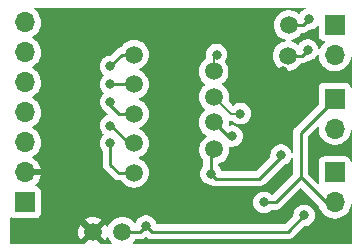
<source format=gbr>
%TF.GenerationSoftware,KiCad,Pcbnew,(6.0.7)*%
%TF.CreationDate,2022-10-24T20:04:37-04:00*%
%TF.ProjectId,SPItoCAN,53504974-6f43-4414-9e2e-6b696361645f,rev?*%
%TF.SameCoordinates,Original*%
%TF.FileFunction,Copper,L2,Bot*%
%TF.FilePolarity,Positive*%
%FSLAX46Y46*%
G04 Gerber Fmt 4.6, Leading zero omitted, Abs format (unit mm)*
G04 Created by KiCad (PCBNEW (6.0.7)) date 2022-10-24 20:04:37*
%MOMM*%
%LPD*%
G01*
G04 APERTURE LIST*
%TA.AperFunction,SMDPad,CuDef*%
%ADD10C,1.500000*%
%TD*%
%TA.AperFunction,ComponentPad*%
%ADD11R,1.700000X1.700000*%
%TD*%
%TA.AperFunction,ComponentPad*%
%ADD12O,1.700000X1.700000*%
%TD*%
%TA.AperFunction,ViaPad*%
%ADD13C,0.800000*%
%TD*%
%TA.AperFunction,Conductor*%
%ADD14C,0.250000*%
%TD*%
%TA.AperFunction,Conductor*%
%ADD15C,0.200000*%
%TD*%
G04 APERTURE END LIST*
D10*
%TO.P,GND,1*%
%TO.N,GND*%
X20500000Y-32500000D03*
%TD*%
%TO.P,VCC,1*%
%TO.N,VCC*%
X23000000Y-32500000D03*
%TD*%
%TO.P,SO,1*%
%TO.N,/SO*%
X24000000Y-25000000D03*
%TD*%
%TO.P,CS,1*%
%TO.N,/CS*%
X24000000Y-27500000D03*
%TD*%
%TO.P,SI,1*%
%TO.N,/SI*%
X24000000Y-22500000D03*
%TD*%
%TO.P,SCK,1*%
%TO.N,/SCK*%
X24000000Y-20000000D03*
%TD*%
%TO.P,OSC+,1*%
%TO.N,/OSC+*%
X30734000Y-18923000D03*
%TD*%
%TO.P,OSC-,1*%
%TO.N,/OSC-*%
X30759400Y-21082000D03*
%TD*%
%TO.P,INT,1*%
%TO.N,/INT*%
X24000000Y-17500000D03*
%TD*%
%TO.P,RXCAN,1*%
%TO.N,/RXCAN*%
X30759400Y-23215600D03*
%TD*%
%TO.P,TXCAN,1*%
%TO.N,/TXCAN*%
X30784800Y-25527000D03*
%TD*%
%TO.P,CANH,1*%
%TO.N,/CANH*%
X37100000Y-15000000D03*
%TD*%
%TO.P,CANL,1*%
%TO.N,/CANL*%
X37000000Y-17600000D03*
%TD*%
D11*
%TO.P,J4,1,1*%
%TO.N,VCC*%
X14750000Y-30000000D03*
D12*
%TO.P,J4,2,2*%
%TO.N,GND*%
X14750000Y-27460000D03*
%TO.P,J4,3,3*%
%TO.N,/CS*%
X14750000Y-24920000D03*
%TO.P,J4,4,4*%
%TO.N,/SO*%
X14750000Y-22380000D03*
%TO.P,J4,5,5*%
%TO.N,/SI*%
X14750000Y-19840000D03*
%TO.P,J4,6,6*%
%TO.N,/SCK*%
X14750000Y-17300000D03*
%TO.P,J4,7,7*%
%TO.N,/INT*%
X14750000Y-14760000D03*
%TD*%
D11*
%TO.P,J3,1,Pin_1*%
%TO.N,/CANL*%
X41000000Y-21225000D03*
D12*
%TO.P,J3,2,Pin_2*%
%TO.N,/CANH*%
X41000000Y-23765000D03*
%TD*%
D11*
%TO.P,J2,1,Pin_1*%
%TO.N,/CANH*%
X41000000Y-15000000D03*
D12*
%TO.P,J2,2,Pin_2*%
%TO.N,/CANL*%
X41000000Y-17540000D03*
%TD*%
D11*
%TO.P,J1,1,Pin_1*%
%TO.N,Net-(J1-Pad1)*%
X41000000Y-27475000D03*
D12*
%TO.P,J1,2,Pin_2*%
%TO.N,/CANL*%
X41000000Y-30015000D03*
%TD*%
D13*
%TO.N,GND*%
X33020000Y-30480000D03*
X13970000Y-33020000D03*
X17780000Y-27940000D03*
X26670000Y-26670000D03*
X26670000Y-24130000D03*
X36830000Y-21590000D03*
X26670000Y-21590000D03*
X26670000Y-19050000D03*
X40800000Y-32900000D03*
X34600000Y-25600000D03*
X30100000Y-28800000D03*
X19000000Y-32000000D03*
X18300000Y-26400000D03*
X34400000Y-17200000D03*
X36600000Y-18900000D03*
%TO.N,VCC*%
X38400000Y-31100000D03*
%TO.N,/TXCAN*%
X30500000Y-27600000D03*
%TO.N,/CANH*%
X38800000Y-14500000D03*
%TO.N,/CANL*%
X38700000Y-17100000D03*
%TO.N,/RXCAN*%
X32300000Y-24400000D03*
%TO.N,GND*%
X30480000Y-15240000D03*
X25400000Y-15240000D03*
X22860000Y-15240000D03*
X20320000Y-15240000D03*
X17780000Y-15240000D03*
%TO.N,/TXCAN*%
X36450500Y-26000000D03*
%TO.N,/OSC-*%
X33000000Y-22500000D03*
%TO.N,/OSC+*%
X30990000Y-17490000D03*
%TO.N,/CS*%
X22000000Y-25000000D03*
%TO.N,/SO*%
X22000000Y-23500000D03*
%TO.N,/SI*%
X22000000Y-21500000D03*
%TO.N,/SCK*%
X22000000Y-20000000D03*
%TO.N,/INT*%
X22000000Y-18500000D03*
%TO.N,VCC*%
X25000000Y-32000000D03*
%TO.N,/CANL*%
X35000000Y-30000000D03*
%TD*%
D14*
%TO.N,/RXCAN*%
X31943800Y-24400000D02*
X30759400Y-23215600D01*
X32300000Y-24400000D02*
X31943800Y-24400000D01*
%TO.N,/TXCAN*%
X30500000Y-25811800D02*
X30784800Y-25527000D01*
X30500000Y-27600000D02*
X30500000Y-25811800D01*
D15*
%TO.N,/OSC-*%
X32177400Y-22500000D02*
X30759400Y-21082000D01*
X33000000Y-22500000D02*
X32177400Y-22500000D01*
%TO.N,/OSC+*%
X30734000Y-17746000D02*
X30990000Y-17490000D01*
X30734000Y-18923000D02*
X30734000Y-17746000D01*
D14*
%TO.N,/CANL*%
X35978750Y-30000000D02*
X35000000Y-30000000D01*
X38100000Y-27878750D02*
X35978750Y-30000000D01*
X38100000Y-27878750D02*
X40236250Y-30015000D01*
X38100000Y-24125000D02*
X38100000Y-27878750D01*
X41000000Y-21225000D02*
X38100000Y-24125000D01*
X40236250Y-30015000D02*
X41000000Y-30015000D01*
X35000000Y-30000000D02*
X35015000Y-30015000D01*
%TO.N,VCC*%
X37000000Y-32500000D02*
X38400000Y-31100000D01*
X25500000Y-32500000D02*
X37000000Y-32500000D01*
X25000000Y-32000000D02*
X25500000Y-32500000D01*
%TO.N,/TXCAN*%
X30900000Y-28000000D02*
X34600000Y-28000000D01*
X30500000Y-27600000D02*
X30900000Y-28000000D01*
X36450500Y-26149500D02*
X34600000Y-28000000D01*
X36450500Y-26000000D02*
X36450500Y-26149500D01*
%TO.N,/SO*%
X22050000Y-23500000D02*
X22000000Y-23500000D01*
X23550000Y-25000000D02*
X22050000Y-23500000D01*
X24000000Y-25000000D02*
X23550000Y-25000000D01*
%TO.N,/CS*%
X22000000Y-26800000D02*
X22000000Y-25000000D01*
X22700000Y-27500000D02*
X22000000Y-26800000D01*
X24000000Y-27500000D02*
X22700000Y-27500000D01*
%TO.N,/SI*%
X22700000Y-22500000D02*
X22000000Y-21800000D01*
X22000000Y-21800000D02*
X22000000Y-21500000D01*
X24000000Y-22500000D02*
X22700000Y-22500000D01*
%TO.N,/CANH*%
X38800000Y-14500000D02*
X38300000Y-15000000D01*
X38300000Y-15000000D02*
X37100000Y-15000000D01*
%TO.N,/CANL*%
X38200000Y-17600000D02*
X38700000Y-17100000D01*
X37000000Y-17600000D02*
X38200000Y-17600000D01*
%TO.N,/SCK*%
X24000000Y-20000000D02*
X22000000Y-20000000D01*
%TO.N,/INT*%
X23000000Y-17500000D02*
X22000000Y-18500000D01*
X24000000Y-17500000D02*
X23000000Y-17500000D01*
%TO.N,VCC*%
X24500000Y-32500000D02*
X25000000Y-32000000D01*
X23000000Y-32500000D02*
X24500000Y-32500000D01*
%TD*%
%TA.AperFunction,Conductor*%
%TO.N,GND*%
G36*
X38492739Y-13525813D02*
G01*
X38518049Y-13569650D01*
X38509259Y-13619500D01*
X38475271Y-13650102D01*
X38343248Y-13708882D01*
X38340106Y-13711165D01*
X38340104Y-13711166D01*
X38198226Y-13814247D01*
X38188747Y-13821134D01*
X38186154Y-13824014D01*
X38094296Y-13926033D01*
X38060960Y-13963056D01*
X38059022Y-13966413D01*
X38029343Y-14017818D01*
X37990566Y-14050355D01*
X37939947Y-14050355D01*
X37917348Y-14035958D01*
X37916798Y-14036613D01*
X37914325Y-14034538D01*
X37912038Y-14032251D01*
X37760344Y-13926033D01*
X37734302Y-13907798D01*
X37734301Y-13907797D01*
X37731654Y-13905944D01*
X37549777Y-13821134D01*
X37535008Y-13814247D01*
X37535006Y-13814246D01*
X37532076Y-13812880D01*
X37354493Y-13765296D01*
X37322499Y-13756723D01*
X37322497Y-13756723D01*
X37319371Y-13755885D01*
X37100000Y-13736693D01*
X36880629Y-13755885D01*
X36877503Y-13756723D01*
X36877501Y-13756723D01*
X36845507Y-13765296D01*
X36667924Y-13812880D01*
X36468347Y-13905944D01*
X36465700Y-13907797D01*
X36465699Y-13907798D01*
X36334552Y-13999628D01*
X36287962Y-14032251D01*
X36132251Y-14187962D01*
X36005944Y-14368347D01*
X35912880Y-14567924D01*
X35912042Y-14571052D01*
X35861413Y-14760000D01*
X35855885Y-14780629D01*
X35836693Y-15000000D01*
X35855885Y-15219371D01*
X35912880Y-15432076D01*
X36005944Y-15631653D01*
X36007797Y-15634300D01*
X36007798Y-15634301D01*
X36075958Y-15731644D01*
X36132251Y-15812038D01*
X36287962Y-15967749D01*
X36395941Y-16043357D01*
X36465076Y-16091766D01*
X36468346Y-16094056D01*
X36667924Y-16187120D01*
X36772437Y-16215125D01*
X36813900Y-16244157D01*
X36827001Y-16293052D01*
X36805609Y-16338928D01*
X36772436Y-16358080D01*
X36666348Y-16386507D01*
X36567924Y-16412880D01*
X36368347Y-16505944D01*
X36365700Y-16507797D01*
X36365699Y-16507798D01*
X36281988Y-16566413D01*
X36187962Y-16632251D01*
X36032251Y-16787962D01*
X36030397Y-16790610D01*
X36030396Y-16790611D01*
X35926679Y-16938735D01*
X35905944Y-16968347D01*
X35812880Y-17167924D01*
X35812042Y-17171052D01*
X35777471Y-17300072D01*
X35755885Y-17380629D01*
X35736693Y-17600000D01*
X35755885Y-17819371D01*
X35756723Y-17822497D01*
X35756723Y-17822499D01*
X35760400Y-17836221D01*
X35812880Y-18032076D01*
X35905944Y-18231653D01*
X35907797Y-18234300D01*
X35907798Y-18234301D01*
X35982631Y-18341173D01*
X36032251Y-18412038D01*
X36187962Y-18567749D01*
X36312130Y-18654693D01*
X36362451Y-18689928D01*
X36368346Y-18694056D01*
X36475699Y-18744115D01*
X36532115Y-18770422D01*
X36567924Y-18787120D01*
X36653484Y-18810046D01*
X36777501Y-18843277D01*
X36777503Y-18843277D01*
X36780629Y-18844115D01*
X37000000Y-18863307D01*
X37219371Y-18844115D01*
X37222497Y-18843277D01*
X37222499Y-18843277D01*
X37346516Y-18810046D01*
X37432076Y-18787120D01*
X37467886Y-18770422D01*
X37524301Y-18744115D01*
X37631654Y-18694056D01*
X37637550Y-18689928D01*
X37687870Y-18654693D01*
X37812038Y-18567749D01*
X37967749Y-18412038D01*
X38069926Y-18266114D01*
X38111389Y-18237082D01*
X38136606Y-18234964D01*
X38139909Y-18235702D01*
X38144564Y-18235556D01*
X38144568Y-18235556D01*
X38208781Y-18233537D01*
X38211106Y-18233500D01*
X38239856Y-18233500D01*
X38242153Y-18233210D01*
X38242167Y-18233209D01*
X38246305Y-18232686D01*
X38253252Y-18232139D01*
X38299889Y-18230673D01*
X38306624Y-18228716D01*
X38323273Y-18223880D01*
X38334641Y-18221526D01*
X38354177Y-18219058D01*
X38354180Y-18219057D01*
X38358797Y-18218474D01*
X38402189Y-18201294D01*
X38408780Y-18199037D01*
X38449120Y-18187318D01*
X38449124Y-18187316D01*
X38453593Y-18186018D01*
X38474557Y-18173620D01*
X38484978Y-18168515D01*
X38503289Y-18161266D01*
X38503292Y-18161264D01*
X38507617Y-18159552D01*
X38545374Y-18132120D01*
X38551200Y-18128294D01*
X38587353Y-18106913D01*
X38591362Y-18104542D01*
X38608581Y-18087323D01*
X38617411Y-18079782D01*
X38637107Y-18065472D01*
X38662043Y-18035329D01*
X38705702Y-18009716D01*
X38719060Y-18008500D01*
X38795487Y-18008500D01*
X38982288Y-17968794D01*
X39156752Y-17891118D01*
X39197441Y-17861556D01*
X39308115Y-17781146D01*
X39308116Y-17781145D01*
X39311253Y-17778866D01*
X39439040Y-17636944D01*
X39502362Y-17527267D01*
X39541138Y-17494730D01*
X39591757Y-17494730D01*
X39630534Y-17527267D01*
X39640325Y-17560007D01*
X39650110Y-17729715D01*
X39650774Y-17732662D01*
X39650775Y-17732668D01*
X39678990Y-17857866D01*
X39699222Y-17947639D01*
X39700364Y-17950451D01*
X39773942Y-18131653D01*
X39783266Y-18154616D01*
X39821348Y-18216760D01*
X39897588Y-18341173D01*
X39899987Y-18345088D01*
X39901975Y-18347384D01*
X39901978Y-18347387D01*
X39967900Y-18423489D01*
X40046250Y-18513938D01*
X40218126Y-18656632D01*
X40220744Y-18658162D01*
X40220750Y-18658166D01*
X40408374Y-18767804D01*
X40408379Y-18767806D01*
X40411000Y-18769338D01*
X40457566Y-18787120D01*
X40616847Y-18847944D01*
X40616851Y-18847945D01*
X40619692Y-18849030D01*
X40622676Y-18849637D01*
X40622679Y-18849638D01*
X40688479Y-18863025D01*
X40838597Y-18893567D01*
X40924174Y-18896705D01*
X41058797Y-18901642D01*
X41058803Y-18901642D01*
X41061837Y-18901753D01*
X41064849Y-18901367D01*
X41064853Y-18901367D01*
X41176485Y-18887066D01*
X41283416Y-18873368D01*
X41390743Y-18841168D01*
X41494479Y-18810046D01*
X41494484Y-18810044D01*
X41497384Y-18809174D01*
X41697994Y-18710896D01*
X41879860Y-18581173D01*
X41889269Y-18571797D01*
X42035941Y-18425637D01*
X42035944Y-18425634D01*
X42038096Y-18423489D01*
X42168453Y-18242077D01*
X42172836Y-18233209D01*
X42266082Y-18044539D01*
X42266083Y-18044536D01*
X42267430Y-18041811D01*
X42271071Y-18029829D01*
X42331488Y-17830972D01*
X42332370Y-17828069D01*
X42344133Y-17738722D01*
X42367506Y-17693822D01*
X42414272Y-17674451D01*
X42462549Y-17689673D01*
X42489746Y-17732365D01*
X42491500Y-17748381D01*
X42491500Y-20229276D01*
X42474187Y-20276842D01*
X42430350Y-20302152D01*
X42380500Y-20293362D01*
X42348209Y-20255252D01*
X42302467Y-20133234D01*
X42302466Y-20133231D01*
X42300615Y-20128295D01*
X42213261Y-20011739D01*
X42096705Y-19924385D01*
X42091769Y-19922534D01*
X42091766Y-19922533D01*
X41964662Y-19874884D01*
X41964660Y-19874884D01*
X41960316Y-19873255D01*
X41922580Y-19869156D01*
X41900133Y-19866717D01*
X41900130Y-19866717D01*
X41898134Y-19866500D01*
X40101866Y-19866500D01*
X40099870Y-19866717D01*
X40099867Y-19866717D01*
X40077420Y-19869156D01*
X40039684Y-19873255D01*
X40035340Y-19874884D01*
X40035338Y-19874884D01*
X39908234Y-19922533D01*
X39908231Y-19922534D01*
X39903295Y-19924385D01*
X39786739Y-20011739D01*
X39699385Y-20128295D01*
X39697534Y-20133231D01*
X39697533Y-20133234D01*
X39674898Y-20193614D01*
X39648255Y-20264684D01*
X39641500Y-20326866D01*
X39641500Y-21656943D01*
X39624187Y-21704509D01*
X39619826Y-21709269D01*
X37707277Y-23621818D01*
X37700355Y-23627363D01*
X37700500Y-23627538D01*
X37696914Y-23630505D01*
X37692982Y-23633000D01*
X37677822Y-23649144D01*
X37645817Y-23683226D01*
X37644199Y-23684896D01*
X37623865Y-23705230D01*
X37622445Y-23707061D01*
X37622443Y-23707063D01*
X37619880Y-23710367D01*
X37615353Y-23715667D01*
X37612360Y-23718854D01*
X37583414Y-23749679D01*
X37572708Y-23769152D01*
X37571683Y-23771017D01*
X37565310Y-23780718D01*
X37550386Y-23799959D01*
X37548539Y-23804228D01*
X37548538Y-23804229D01*
X37531852Y-23842789D01*
X37528791Y-23849037D01*
X37506305Y-23889940D01*
X37500452Y-23912738D01*
X37500250Y-23913523D01*
X37496489Y-23924508D01*
X37486819Y-23946855D01*
X37486091Y-23951452D01*
X37486090Y-23951455D01*
X37479518Y-23992949D01*
X37478104Y-23999775D01*
X37469423Y-24033587D01*
X37466500Y-24044970D01*
X37466500Y-24069318D01*
X37465589Y-24080894D01*
X37461780Y-24104943D01*
X37466172Y-24151405D01*
X37466500Y-24158369D01*
X37466500Y-25719743D01*
X37449187Y-25767309D01*
X37405350Y-25792619D01*
X37355500Y-25783829D01*
X37322122Y-25742610D01*
X37286226Y-25632134D01*
X37285027Y-25628444D01*
X37189540Y-25463056D01*
X37061753Y-25321134D01*
X36989961Y-25268974D01*
X36910396Y-25211166D01*
X36910394Y-25211165D01*
X36907252Y-25208882D01*
X36732788Y-25131206D01*
X36545987Y-25091500D01*
X36355013Y-25091500D01*
X36168212Y-25131206D01*
X35993748Y-25208882D01*
X35990606Y-25211165D01*
X35990604Y-25211166D01*
X35911039Y-25268974D01*
X35839247Y-25321134D01*
X35711460Y-25463056D01*
X35615973Y-25628444D01*
X35556958Y-25810072D01*
X35556553Y-25813921D01*
X35556553Y-25813923D01*
X35548143Y-25893938D01*
X35536996Y-26000000D01*
X35546882Y-26094056D01*
X35549199Y-26116104D01*
X35536953Y-26165219D01*
X35527930Y-26176165D01*
X34359269Y-27344826D01*
X34313393Y-27366218D01*
X34306943Y-27366500D01*
X31433148Y-27366500D01*
X31385582Y-27349187D01*
X31362770Y-27315367D01*
X31335726Y-27232134D01*
X31334527Y-27228444D01*
X31239040Y-27063056D01*
X31152507Y-26966951D01*
X31133500Y-26917435D01*
X31133500Y-26793242D01*
X31150813Y-26745676D01*
X31188345Y-26721765D01*
X31216876Y-26714120D01*
X31272973Y-26687962D01*
X31307371Y-26671922D01*
X31416454Y-26621056D01*
X31439439Y-26604962D01*
X31504694Y-26559269D01*
X31596838Y-26494749D01*
X31752549Y-26339038D01*
X31776011Y-26305531D01*
X31877002Y-26161301D01*
X31877003Y-26161300D01*
X31878856Y-26158653D01*
X31971920Y-25959076D01*
X32012834Y-25806386D01*
X32028077Y-25749499D01*
X32028077Y-25749497D01*
X32028915Y-25746371D01*
X32048107Y-25527000D01*
X32034381Y-25370109D01*
X32047482Y-25321215D01*
X32088946Y-25292181D01*
X32123484Y-25291277D01*
X32185699Y-25304501D01*
X32204513Y-25308500D01*
X32395487Y-25308500D01*
X32582288Y-25268794D01*
X32756752Y-25191118D01*
X32763691Y-25186077D01*
X32908115Y-25081146D01*
X32908116Y-25081145D01*
X32911253Y-25078866D01*
X32985166Y-24996777D01*
X33036448Y-24939823D01*
X33036449Y-24939822D01*
X33039040Y-24936944D01*
X33134527Y-24771556D01*
X33193542Y-24589928D01*
X33205315Y-24477919D01*
X33213099Y-24403853D01*
X33213504Y-24400000D01*
X33200747Y-24278622D01*
X33193947Y-24213923D01*
X33193947Y-24213921D01*
X33193542Y-24210072D01*
X33134527Y-24028444D01*
X33039040Y-23863056D01*
X32978917Y-23796282D01*
X32920762Y-23731695D01*
X32911253Y-23721134D01*
X32903728Y-23715667D01*
X32759896Y-23611166D01*
X32759894Y-23611165D01*
X32756752Y-23608882D01*
X32582288Y-23531206D01*
X32395487Y-23491500D01*
X32204513Y-23491500D01*
X32092347Y-23515342D01*
X32042221Y-23508297D01*
X32008351Y-23470680D01*
X32004603Y-23435066D01*
X32003515Y-23434971D01*
X32014502Y-23309389D01*
X32022707Y-23215600D01*
X32020239Y-23187387D01*
X32019926Y-23183813D01*
X32033027Y-23134918D01*
X32074491Y-23105884D01*
X32103303Y-23103996D01*
X32124560Y-23106794D01*
X32137515Y-23108500D01*
X32137517Y-23108500D01*
X32137526Y-23108501D01*
X32172591Y-23113117D01*
X32172592Y-23113117D01*
X32177400Y-23113750D01*
X32182208Y-23113117D01*
X32212472Y-23109133D01*
X32222130Y-23108500D01*
X32292442Y-23108500D01*
X32340008Y-23125813D01*
X32347435Y-23132985D01*
X32386150Y-23175982D01*
X32388747Y-23178866D01*
X32391884Y-23181145D01*
X32391885Y-23181146D01*
X32539261Y-23288221D01*
X32543248Y-23291118D01*
X32717712Y-23368794D01*
X32904513Y-23408500D01*
X33095487Y-23408500D01*
X33282288Y-23368794D01*
X33456752Y-23291118D01*
X33460740Y-23288221D01*
X33608115Y-23181146D01*
X33608116Y-23181145D01*
X33611253Y-23178866D01*
X33739040Y-23036944D01*
X33834527Y-22871556D01*
X33893542Y-22689928D01*
X33895535Y-22670972D01*
X33913099Y-22503853D01*
X33913504Y-22500000D01*
X33906572Y-22434042D01*
X33893947Y-22313923D01*
X33893947Y-22313921D01*
X33893542Y-22310072D01*
X33834527Y-22128444D01*
X33739040Y-21963056D01*
X33718913Y-21940702D01*
X33622884Y-21834052D01*
X33611253Y-21821134D01*
X33542557Y-21771223D01*
X33459896Y-21711166D01*
X33459894Y-21711165D01*
X33456752Y-21708882D01*
X33282288Y-21631206D01*
X33095487Y-21591500D01*
X32904513Y-21591500D01*
X32717712Y-21631206D01*
X32543248Y-21708882D01*
X32540106Y-21711165D01*
X32540104Y-21711166D01*
X32422697Y-21796467D01*
X32374039Y-21810420D01*
X32326875Y-21788926D01*
X31999026Y-21461077D01*
X31977634Y-21415201D01*
X31979874Y-21389598D01*
X32002677Y-21304499D01*
X32002677Y-21304497D01*
X32003515Y-21301371D01*
X32022707Y-21082000D01*
X32003515Y-20862629D01*
X31946520Y-20649924D01*
X31853456Y-20450347D01*
X31779369Y-20344539D01*
X31729004Y-20272611D01*
X31729003Y-20272610D01*
X31727149Y-20269962D01*
X31571438Y-20114251D01*
X31511112Y-20072010D01*
X31485712Y-20054224D01*
X31456678Y-20012759D01*
X31461090Y-19962333D01*
X31485712Y-19932990D01*
X31520624Y-19908544D01*
X31546038Y-19890749D01*
X31701749Y-19735038D01*
X31782029Y-19620386D01*
X31826202Y-19557301D01*
X31826203Y-19557300D01*
X31828056Y-19554653D01*
X31921120Y-19355076D01*
X31978115Y-19142371D01*
X31997307Y-18923000D01*
X31978115Y-18703629D01*
X31975432Y-18693614D01*
X31945774Y-18582934D01*
X31921120Y-18490924D01*
X31828056Y-18291347D01*
X31817223Y-18275875D01*
X31716574Y-18132134D01*
X31714356Y-18128966D01*
X31701255Y-18080073D01*
X31719981Y-18037006D01*
X31726444Y-18029829D01*
X31726451Y-18029819D01*
X31729040Y-18026944D01*
X31824527Y-17861556D01*
X31883542Y-17679928D01*
X31883948Y-17676070D01*
X31903099Y-17493853D01*
X31903504Y-17490000D01*
X31889021Y-17352199D01*
X31883947Y-17303923D01*
X31883947Y-17303921D01*
X31883542Y-17300072D01*
X31824527Y-17118444D01*
X31729040Y-16953056D01*
X31720151Y-16943183D01*
X31603846Y-16814014D01*
X31601253Y-16811134D01*
X31514145Y-16747846D01*
X31449896Y-16701166D01*
X31449894Y-16701165D01*
X31446752Y-16698882D01*
X31272288Y-16621206D01*
X31085487Y-16581500D01*
X30894513Y-16581500D01*
X30707712Y-16621206D01*
X30533248Y-16698882D01*
X30530106Y-16701165D01*
X30530104Y-16701166D01*
X30465855Y-16747846D01*
X30378747Y-16811134D01*
X30376154Y-16814014D01*
X30259850Y-16943183D01*
X30250960Y-16953056D01*
X30155473Y-17118444D01*
X30096458Y-17300072D01*
X30096053Y-17303921D01*
X30096053Y-17303923D01*
X30090979Y-17352199D01*
X30076496Y-17490000D01*
X30076901Y-17493853D01*
X30096052Y-17676070D01*
X30096053Y-17676075D01*
X30096458Y-17679928D01*
X30097656Y-17683614D01*
X30097657Y-17683619D01*
X30119732Y-17751556D01*
X30122722Y-17764778D01*
X30122879Y-17765966D01*
X30111908Y-17815382D01*
X30091954Y-17836221D01*
X30038217Y-17873848D01*
X29921962Y-17955251D01*
X29766251Y-18110962D01*
X29764397Y-18113610D01*
X29764396Y-18113611D01*
X29650778Y-18275875D01*
X29639944Y-18291347D01*
X29546880Y-18490924D01*
X29522226Y-18582934D01*
X29492569Y-18693614D01*
X29489885Y-18703629D01*
X29470693Y-18923000D01*
X29489885Y-19142371D01*
X29546880Y-19355076D01*
X29639944Y-19554653D01*
X29641797Y-19557300D01*
X29641798Y-19557301D01*
X29685971Y-19620386D01*
X29766251Y-19735038D01*
X29921962Y-19890749D01*
X29947376Y-19908544D01*
X30007688Y-19950776D01*
X30036722Y-19992241D01*
X30032310Y-20042667D01*
X30007688Y-20072010D01*
X29947362Y-20114251D01*
X29791651Y-20269962D01*
X29789797Y-20272610D01*
X29789796Y-20272611D01*
X29739432Y-20344539D01*
X29665344Y-20450347D01*
X29572280Y-20649924D01*
X29515285Y-20862629D01*
X29496093Y-21082000D01*
X29515285Y-21301371D01*
X29572280Y-21514076D01*
X29665344Y-21713653D01*
X29667197Y-21716300D01*
X29667198Y-21716301D01*
X29771808Y-21865699D01*
X29791651Y-21894038D01*
X29947362Y-22049749D01*
X29969133Y-22064993D01*
X30002251Y-22088183D01*
X30031285Y-22129648D01*
X30026873Y-22180074D01*
X30002251Y-22209417D01*
X29947362Y-22247851D01*
X29791651Y-22403562D01*
X29789797Y-22406210D01*
X29789796Y-22406211D01*
X29671528Y-22575116D01*
X29665344Y-22583947D01*
X29572280Y-22783524D01*
X29515285Y-22996229D01*
X29496093Y-23215600D01*
X29515285Y-23434971D01*
X29516123Y-23438097D01*
X29516123Y-23438099D01*
X29541071Y-23531206D01*
X29572280Y-23647676D01*
X29665344Y-23847253D01*
X29667197Y-23849900D01*
X29667198Y-23849901D01*
X29753660Y-23973381D01*
X29791651Y-24027638D01*
X29947362Y-24183349D01*
X30127746Y-24309656D01*
X30130668Y-24311019D01*
X30130681Y-24311026D01*
X30132522Y-24311884D01*
X30133005Y-24312367D01*
X30133474Y-24312638D01*
X30133401Y-24312764D01*
X30168313Y-24347679D01*
X30172722Y-24398105D01*
X30143690Y-24439566D01*
X29972762Y-24559251D01*
X29817051Y-24714962D01*
X29815197Y-24717610D01*
X29815196Y-24717611D01*
X29754686Y-24804029D01*
X29690744Y-24895347D01*
X29597680Y-25094924D01*
X29596842Y-25098052D01*
X29545067Y-25291277D01*
X29540685Y-25307629D01*
X29521493Y-25527000D01*
X29540685Y-25746371D01*
X29541523Y-25749497D01*
X29541523Y-25749499D01*
X29556766Y-25806386D01*
X29597680Y-25959076D01*
X29690744Y-26158653D01*
X29692597Y-26161300D01*
X29692598Y-26161301D01*
X29793589Y-26305531D01*
X29817051Y-26339038D01*
X29844826Y-26366813D01*
X29866218Y-26412689D01*
X29866500Y-26419139D01*
X29866500Y-26917435D01*
X29847493Y-26966951D01*
X29760960Y-27063056D01*
X29665473Y-27228444D01*
X29664274Y-27232134D01*
X29658734Y-27249184D01*
X29606458Y-27410072D01*
X29606053Y-27413921D01*
X29606053Y-27413923D01*
X29589453Y-27571863D01*
X29586496Y-27600000D01*
X29606458Y-27789928D01*
X29665473Y-27971556D01*
X29760960Y-28136944D01*
X29763551Y-28139822D01*
X29763552Y-28139823D01*
X29785578Y-28164285D01*
X29888747Y-28278866D01*
X29891884Y-28281145D01*
X29891885Y-28281146D01*
X29980198Y-28345309D01*
X30043248Y-28391118D01*
X30217712Y-28468794D01*
X30404513Y-28508500D01*
X30490971Y-28508500D01*
X30526620Y-28517653D01*
X30546020Y-28528318D01*
X30555718Y-28534688D01*
X30574959Y-28549613D01*
X30617796Y-28568151D01*
X30624022Y-28571201D01*
X30664940Y-28593695D01*
X30680223Y-28597619D01*
X30688522Y-28599750D01*
X30699506Y-28603511D01*
X30717579Y-28611332D01*
X30717589Y-28611335D01*
X30721855Y-28613181D01*
X30767948Y-28620482D01*
X30774761Y-28621893D01*
X30801294Y-28628705D01*
X30815463Y-28632343D01*
X30815464Y-28632343D01*
X30819970Y-28633500D01*
X30844324Y-28633500D01*
X30855900Y-28634411D01*
X30879943Y-28638219D01*
X30926398Y-28633828D01*
X30933362Y-28633500D01*
X34521887Y-28633500D01*
X34530706Y-28634474D01*
X34530727Y-28634248D01*
X34535366Y-28634686D01*
X34539909Y-28635702D01*
X34544563Y-28635556D01*
X34544566Y-28635556D01*
X34608781Y-28633537D01*
X34611106Y-28633500D01*
X34639856Y-28633500D01*
X34642153Y-28633210D01*
X34642167Y-28633209D01*
X34646305Y-28632686D01*
X34653252Y-28632139D01*
X34699889Y-28630673D01*
X34706624Y-28628716D01*
X34723273Y-28623880D01*
X34734641Y-28621526D01*
X34754177Y-28619058D01*
X34754180Y-28619057D01*
X34758797Y-28618474D01*
X34802189Y-28601294D01*
X34808780Y-28599037D01*
X34849120Y-28587318D01*
X34849124Y-28587316D01*
X34853593Y-28586018D01*
X34874557Y-28573620D01*
X34884978Y-28568515D01*
X34903289Y-28561266D01*
X34903292Y-28561264D01*
X34907617Y-28559552D01*
X34945374Y-28532120D01*
X34951200Y-28528294D01*
X34987353Y-28506913D01*
X34991362Y-28504542D01*
X35008581Y-28487323D01*
X35017411Y-28479782D01*
X35029878Y-28470724D01*
X35037107Y-28465472D01*
X35040073Y-28461887D01*
X35040076Y-28461884D01*
X35066850Y-28429519D01*
X35071542Y-28424362D01*
X36583085Y-26912819D01*
X36620025Y-26892763D01*
X36732788Y-26868794D01*
X36736333Y-26867215D01*
X36736338Y-26867214D01*
X36903701Y-26792699D01*
X36907252Y-26791118D01*
X36947590Y-26761811D01*
X37058615Y-26681146D01*
X37058616Y-26681145D01*
X37061753Y-26678866D01*
X37189540Y-26536944D01*
X37285027Y-26371556D01*
X37322122Y-26257390D01*
X37353286Y-26217501D01*
X37402799Y-26206977D01*
X37447493Y-26230741D01*
X37466500Y-26280257D01*
X37466500Y-27585694D01*
X37449187Y-27633260D01*
X37444826Y-27638020D01*
X35738019Y-29344826D01*
X35692143Y-29366218D01*
X35685693Y-29366500D01*
X35685048Y-29366500D01*
X35637482Y-29349187D01*
X35630055Y-29342015D01*
X35613850Y-29324018D01*
X35613846Y-29324014D01*
X35611253Y-29321134D01*
X35456752Y-29208882D01*
X35282288Y-29131206D01*
X35095487Y-29091500D01*
X34904513Y-29091500D01*
X34717712Y-29131206D01*
X34543248Y-29208882D01*
X34388747Y-29321134D01*
X34260960Y-29463056D01*
X34165473Y-29628444D01*
X34106458Y-29810072D01*
X34106053Y-29813921D01*
X34106053Y-29813923D01*
X34101998Y-29852509D01*
X34086496Y-30000000D01*
X34086901Y-30003853D01*
X34104240Y-30168822D01*
X34106458Y-30189928D01*
X34165473Y-30371556D01*
X34260960Y-30536944D01*
X34263551Y-30539822D01*
X34263552Y-30539823D01*
X34291317Y-30570659D01*
X34388747Y-30678866D01*
X34391884Y-30681145D01*
X34391885Y-30681146D01*
X34437595Y-30714356D01*
X34543248Y-30791118D01*
X34717712Y-30868794D01*
X34904513Y-30908500D01*
X35095487Y-30908500D01*
X35282288Y-30868794D01*
X35456752Y-30791118D01*
X35562406Y-30714356D01*
X35608115Y-30681146D01*
X35608116Y-30681145D01*
X35611253Y-30678866D01*
X35613850Y-30675982D01*
X35630055Y-30657985D01*
X35674749Y-30634220D01*
X35685048Y-30633500D01*
X35900637Y-30633500D01*
X35909456Y-30634474D01*
X35909477Y-30634248D01*
X35914116Y-30634686D01*
X35918659Y-30635702D01*
X35923313Y-30635556D01*
X35923316Y-30635556D01*
X35987531Y-30633537D01*
X35989856Y-30633500D01*
X36018606Y-30633500D01*
X36020903Y-30633210D01*
X36020917Y-30633209D01*
X36025055Y-30632686D01*
X36032002Y-30632139D01*
X36078639Y-30630673D01*
X36091981Y-30626797D01*
X36102023Y-30623880D01*
X36113391Y-30621526D01*
X36132927Y-30619058D01*
X36132930Y-30619057D01*
X36137547Y-30618474D01*
X36180939Y-30601294D01*
X36187530Y-30599037D01*
X36227870Y-30587318D01*
X36227874Y-30587316D01*
X36232343Y-30586018D01*
X36253307Y-30573620D01*
X36263728Y-30568515D01*
X36282039Y-30561266D01*
X36282042Y-30561264D01*
X36286367Y-30559552D01*
X36324124Y-30532120D01*
X36329950Y-30528294D01*
X36366103Y-30506913D01*
X36370112Y-30504542D01*
X36387331Y-30487323D01*
X36396161Y-30479782D01*
X36415857Y-30465472D01*
X36418823Y-30461887D01*
X36418826Y-30461884D01*
X36445600Y-30429519D01*
X36450292Y-30424362D01*
X38047674Y-28826980D01*
X38093550Y-28805588D01*
X38142445Y-28818689D01*
X38152326Y-28826980D01*
X38950431Y-29625086D01*
X39669883Y-30344538D01*
X39689747Y-30380595D01*
X39699222Y-30422639D01*
X39700364Y-30425451D01*
X39778742Y-30618474D01*
X39783266Y-30629616D01*
X39814844Y-30681146D01*
X39880835Y-30788834D01*
X39899987Y-30820088D01*
X39901975Y-30822384D01*
X39901978Y-30822387D01*
X39967593Y-30898134D01*
X40046250Y-30988938D01*
X40218126Y-31131632D01*
X40220744Y-31133162D01*
X40220750Y-31133166D01*
X40408374Y-31242804D01*
X40408379Y-31242806D01*
X40411000Y-31244338D01*
X40441799Y-31256099D01*
X40616847Y-31322944D01*
X40616851Y-31322945D01*
X40619692Y-31324030D01*
X40622676Y-31324637D01*
X40622679Y-31324638D01*
X40723052Y-31345059D01*
X40838597Y-31368567D01*
X40924174Y-31371705D01*
X41058797Y-31376642D01*
X41058803Y-31376642D01*
X41061837Y-31376753D01*
X41064849Y-31376367D01*
X41064853Y-31376367D01*
X41176485Y-31362066D01*
X41283416Y-31348368D01*
X41377432Y-31320162D01*
X41494479Y-31285046D01*
X41494484Y-31285044D01*
X41497384Y-31284174D01*
X41697994Y-31185896D01*
X41879860Y-31056173D01*
X41945387Y-30990875D01*
X42035941Y-30900637D01*
X42035944Y-30900634D01*
X42038096Y-30898489D01*
X42168453Y-30717077D01*
X42187338Y-30678866D01*
X42266082Y-30519539D01*
X42266083Y-30519536D01*
X42267430Y-30516811D01*
X42270438Y-30506913D01*
X42331488Y-30305972D01*
X42332370Y-30303069D01*
X42344133Y-30213722D01*
X42367506Y-30168822D01*
X42414272Y-30149451D01*
X42462549Y-30164673D01*
X42489746Y-30207365D01*
X42491500Y-30223381D01*
X42491500Y-33417500D01*
X42474187Y-33465066D01*
X42430350Y-33490376D01*
X42417500Y-33491500D01*
X23966939Y-33491500D01*
X23919373Y-33474187D01*
X23894063Y-33430350D01*
X23902853Y-33380500D01*
X23914613Y-33365174D01*
X23967749Y-33312038D01*
X24070668Y-33165055D01*
X24112133Y-33136021D01*
X24131285Y-33133500D01*
X24421887Y-33133500D01*
X24430706Y-33134474D01*
X24430727Y-33134248D01*
X24435366Y-33134686D01*
X24439909Y-33135702D01*
X24444563Y-33135556D01*
X24444566Y-33135556D01*
X24508781Y-33133537D01*
X24511106Y-33133500D01*
X24539856Y-33133500D01*
X24542153Y-33133210D01*
X24542167Y-33133209D01*
X24546305Y-33132686D01*
X24553252Y-33132139D01*
X24599889Y-33130673D01*
X24607451Y-33128476D01*
X24623273Y-33123880D01*
X24634641Y-33121526D01*
X24654177Y-33119058D01*
X24654180Y-33119057D01*
X24658797Y-33118474D01*
X24702189Y-33101294D01*
X24708780Y-33099037D01*
X24749120Y-33087318D01*
X24749124Y-33087316D01*
X24753593Y-33086018D01*
X24774557Y-33073620D01*
X24784978Y-33068515D01*
X24803289Y-33061266D01*
X24803292Y-33061264D01*
X24807617Y-33059552D01*
X24845374Y-33032120D01*
X24851200Y-33028294D01*
X24887353Y-33006913D01*
X24891362Y-33004542D01*
X24908581Y-32987323D01*
X24917411Y-32979782D01*
X24937107Y-32965472D01*
X24945088Y-32955824D01*
X24988747Y-32930211D01*
X25038657Y-32938653D01*
X25052757Y-32949047D01*
X25058258Y-32954213D01*
X25059896Y-32955801D01*
X25080230Y-32976135D01*
X25082061Y-32977555D01*
X25082063Y-32977557D01*
X25085367Y-32980120D01*
X25090667Y-32984647D01*
X25124679Y-33016586D01*
X25145975Y-33028294D01*
X25146017Y-33028317D01*
X25155718Y-33034690D01*
X25174959Y-33049614D01*
X25217793Y-33068150D01*
X25224037Y-33071209D01*
X25264940Y-33093695D01*
X25269454Y-33094854D01*
X25288523Y-33099750D01*
X25299508Y-33103511D01*
X25321855Y-33113181D01*
X25326452Y-33113909D01*
X25326455Y-33113910D01*
X25355271Y-33118474D01*
X25367951Y-33120482D01*
X25374768Y-33121895D01*
X25400402Y-33128476D01*
X25415463Y-33132343D01*
X25415464Y-33132343D01*
X25419970Y-33133500D01*
X25444318Y-33133500D01*
X25455894Y-33134411D01*
X25479943Y-33138220D01*
X25526405Y-33133828D01*
X25533369Y-33133500D01*
X36921887Y-33133500D01*
X36930706Y-33134474D01*
X36930727Y-33134248D01*
X36935366Y-33134686D01*
X36939909Y-33135702D01*
X36944563Y-33135556D01*
X36944566Y-33135556D01*
X37008781Y-33133537D01*
X37011106Y-33133500D01*
X37039856Y-33133500D01*
X37042153Y-33133210D01*
X37042167Y-33133209D01*
X37046305Y-33132686D01*
X37053252Y-33132139D01*
X37099889Y-33130673D01*
X37107451Y-33128476D01*
X37123273Y-33123880D01*
X37134641Y-33121526D01*
X37154177Y-33119058D01*
X37154180Y-33119057D01*
X37158797Y-33118474D01*
X37202189Y-33101294D01*
X37208780Y-33099037D01*
X37249120Y-33087318D01*
X37249124Y-33087316D01*
X37253593Y-33086018D01*
X37274557Y-33073620D01*
X37284978Y-33068515D01*
X37303289Y-33061266D01*
X37303292Y-33061264D01*
X37307617Y-33059552D01*
X37345374Y-33032120D01*
X37351200Y-33028294D01*
X37387353Y-33006913D01*
X37391362Y-33004542D01*
X37408581Y-32987323D01*
X37417411Y-32979782D01*
X37437107Y-32965472D01*
X37440073Y-32961887D01*
X37440076Y-32961884D01*
X37466850Y-32929519D01*
X37471542Y-32924362D01*
X38365731Y-32030174D01*
X38411608Y-32008782D01*
X38418057Y-32008500D01*
X38495487Y-32008500D01*
X38682288Y-31968794D01*
X38856752Y-31891118D01*
X38888094Y-31868347D01*
X39008115Y-31781146D01*
X39008116Y-31781145D01*
X39011253Y-31778866D01*
X39093103Y-31687962D01*
X39136448Y-31639823D01*
X39136449Y-31639822D01*
X39139040Y-31636944D01*
X39234527Y-31471556D01*
X39293542Y-31289928D01*
X39294500Y-31280818D01*
X39313099Y-31103853D01*
X39313504Y-31100000D01*
X39293542Y-30910072D01*
X39234527Y-30728444D01*
X39139040Y-30563056D01*
X39133424Y-30556818D01*
X39015140Y-30425451D01*
X39011253Y-30421134D01*
X38937936Y-30367866D01*
X38859896Y-30311166D01*
X38859894Y-30311165D01*
X38856752Y-30308882D01*
X38682288Y-30231206D01*
X38495487Y-30191500D01*
X38304513Y-30191500D01*
X38117712Y-30231206D01*
X37943248Y-30308882D01*
X37940106Y-30311165D01*
X37940104Y-30311166D01*
X37862064Y-30367866D01*
X37788747Y-30421134D01*
X37784860Y-30425451D01*
X37666577Y-30556818D01*
X37660960Y-30563056D01*
X37565473Y-30728444D01*
X37506458Y-30910072D01*
X37506053Y-30913921D01*
X37506053Y-30913923D01*
X37487168Y-31093606D01*
X37465899Y-31138197D01*
X36759269Y-31844826D01*
X36713392Y-31866218D01*
X36706943Y-31866500D01*
X25965046Y-31866500D01*
X25917480Y-31849187D01*
X25893904Y-31809954D01*
X25893542Y-31810072D01*
X25893032Y-31808503D01*
X25884144Y-31781146D01*
X25835726Y-31632134D01*
X25834527Y-31628444D01*
X25739040Y-31463056D01*
X25722619Y-31444818D01*
X25636121Y-31348753D01*
X25611253Y-31321134D01*
X25601774Y-31314247D01*
X25459896Y-31211166D01*
X25459894Y-31211165D01*
X25456752Y-31208882D01*
X25282288Y-31131206D01*
X25095487Y-31091500D01*
X24904513Y-31091500D01*
X24717712Y-31131206D01*
X24543248Y-31208882D01*
X24540106Y-31211165D01*
X24540104Y-31211166D01*
X24398226Y-31314247D01*
X24388747Y-31321134D01*
X24363879Y-31348753D01*
X24277382Y-31444818D01*
X24260960Y-31463056D01*
X24165473Y-31628444D01*
X24146878Y-31685675D01*
X24135459Y-31720818D01*
X24104295Y-31760707D01*
X24054782Y-31771231D01*
X24010088Y-31747467D01*
X24004464Y-31740396D01*
X23990755Y-31720818D01*
X23967749Y-31687962D01*
X23812038Y-31532251D01*
X23631654Y-31405944D01*
X23490306Y-31340033D01*
X23435008Y-31314247D01*
X23435006Y-31314246D01*
X23432076Y-31312880D01*
X23224331Y-31257214D01*
X23222499Y-31256723D01*
X23222497Y-31256723D01*
X23219371Y-31255885D01*
X23000000Y-31236693D01*
X22780629Y-31255885D01*
X22777503Y-31256723D01*
X22777501Y-31256723D01*
X22775669Y-31257214D01*
X22567924Y-31312880D01*
X22368347Y-31405944D01*
X22365700Y-31407797D01*
X22365699Y-31407798D01*
X22190611Y-31530396D01*
X22187962Y-31532251D01*
X22032251Y-31687962D01*
X22030397Y-31690610D01*
X22030396Y-31690611D01*
X21922414Y-31844826D01*
X21905944Y-31868347D01*
X21904580Y-31871272D01*
X21904576Y-31871279D01*
X21816792Y-32059535D01*
X21780999Y-32095329D01*
X21730573Y-32099741D01*
X21689108Y-32070707D01*
X21682658Y-32059536D01*
X21594985Y-31871524D01*
X21591769Y-31865953D01*
X21558683Y-31818701D01*
X21549969Y-31812599D01*
X21546290Y-31812921D01*
X20868436Y-32490774D01*
X20863941Y-32500413D01*
X20865522Y-32506312D01*
X21541973Y-33182762D01*
X21551612Y-33187257D01*
X21555182Y-33186300D01*
X21591769Y-33134047D01*
X21594985Y-33128476D01*
X21682658Y-32940464D01*
X21718452Y-32904671D01*
X21768878Y-32900260D01*
X21810342Y-32929294D01*
X21816792Y-32940465D01*
X21904576Y-33128721D01*
X21904580Y-33128728D01*
X21905944Y-33131653D01*
X21907797Y-33134300D01*
X21907798Y-33134301D01*
X21941731Y-33182762D01*
X22032251Y-33312038D01*
X22085387Y-33365174D01*
X22106779Y-33411050D01*
X22093678Y-33459945D01*
X22052214Y-33488979D01*
X22033061Y-33491500D01*
X21162941Y-33491500D01*
X21115375Y-33474187D01*
X21110615Y-33469826D01*
X20509226Y-32868436D01*
X20499587Y-32863941D01*
X20493688Y-32865522D01*
X19889385Y-33469826D01*
X19843509Y-33491218D01*
X19837059Y-33491500D01*
X13582500Y-33491500D01*
X13534934Y-33474187D01*
X13509624Y-33430350D01*
X13508500Y-33417500D01*
X13508500Y-32503223D01*
X19237477Y-32503223D01*
X19256099Y-32716069D01*
X19257214Y-32722398D01*
X19312517Y-32928792D01*
X19314713Y-32934826D01*
X19405015Y-33128476D01*
X19408231Y-33134047D01*
X19441317Y-33181299D01*
X19450031Y-33187401D01*
X19453710Y-33187079D01*
X20131564Y-32509226D01*
X20136059Y-32499587D01*
X20134478Y-32493688D01*
X19458027Y-31817238D01*
X19448388Y-31812743D01*
X19444818Y-31813700D01*
X19408231Y-31865953D01*
X19405015Y-31871524D01*
X19314713Y-32065174D01*
X19312517Y-32071208D01*
X19257214Y-32277602D01*
X19256099Y-32283931D01*
X19237477Y-32496777D01*
X19237477Y-32503223D01*
X13508500Y-32503223D01*
X13508500Y-31450031D01*
X19812599Y-31450031D01*
X19812921Y-31453710D01*
X20490774Y-32131564D01*
X20500413Y-32136059D01*
X20506312Y-32134478D01*
X21182762Y-31458027D01*
X21187257Y-31448388D01*
X21186300Y-31444818D01*
X21134051Y-31408233D01*
X21128475Y-31405013D01*
X20934826Y-31314713D01*
X20928792Y-31312517D01*
X20722398Y-31257214D01*
X20716069Y-31256099D01*
X20503223Y-31237477D01*
X20496777Y-31237477D01*
X20283931Y-31256099D01*
X20277602Y-31257214D01*
X20071208Y-31312517D01*
X20065174Y-31314713D01*
X19871524Y-31405015D01*
X19865953Y-31408231D01*
X19818701Y-31441317D01*
X19812599Y-31450031D01*
X13508500Y-31450031D01*
X13508500Y-31340033D01*
X13525813Y-31292467D01*
X13569650Y-31267157D01*
X13619500Y-31275947D01*
X13626880Y-31280818D01*
X13653295Y-31300615D01*
X13658231Y-31302466D01*
X13658234Y-31302467D01*
X13785338Y-31350116D01*
X13785340Y-31350116D01*
X13789684Y-31351745D01*
X13827420Y-31355844D01*
X13849867Y-31358283D01*
X13849870Y-31358283D01*
X13851866Y-31358500D01*
X15648134Y-31358500D01*
X15650130Y-31358283D01*
X15650133Y-31358283D01*
X15672580Y-31355844D01*
X15710316Y-31351745D01*
X15714660Y-31350116D01*
X15714662Y-31350116D01*
X15841766Y-31302467D01*
X15841769Y-31302466D01*
X15846705Y-31300615D01*
X15963261Y-31213261D01*
X16050615Y-31096705D01*
X16052567Y-31091500D01*
X16100116Y-30964662D01*
X16100116Y-30964660D01*
X16101745Y-30960316D01*
X16108500Y-30898134D01*
X16108500Y-29101866D01*
X16101745Y-29039684D01*
X16093635Y-29018051D01*
X16052467Y-28908234D01*
X16052466Y-28908231D01*
X16050615Y-28903295D01*
X15963261Y-28786739D01*
X15846705Y-28699385D01*
X15841769Y-28697534D01*
X15841766Y-28697533D01*
X15714662Y-28649884D01*
X15714660Y-28649884D01*
X15710316Y-28648255D01*
X15653958Y-28642133D01*
X15608540Y-28619785D01*
X15588113Y-28573471D01*
X15602235Y-28524862D01*
X15618978Y-28508322D01*
X15627065Y-28502554D01*
X15631680Y-28498654D01*
X15785560Y-28345309D01*
X15789489Y-28340692D01*
X15916250Y-28164285D01*
X15919367Y-28159097D01*
X16015616Y-27964354D01*
X16017849Y-27958714D01*
X16080996Y-27750873D01*
X16082277Y-27744948D01*
X16084648Y-27726937D01*
X16082346Y-27716551D01*
X16079021Y-27714000D01*
X14570000Y-27714000D01*
X14522434Y-27696687D01*
X14497124Y-27652850D01*
X14496000Y-27640000D01*
X14496000Y-27280000D01*
X14513313Y-27232434D01*
X14557150Y-27207124D01*
X14570000Y-27206000D01*
X16073411Y-27206000D01*
X16083407Y-27202362D01*
X16084621Y-27200258D01*
X16084555Y-27198422D01*
X16040694Y-27023803D01*
X16038748Y-27018087D01*
X15952120Y-26818856D01*
X15949266Y-26813532D01*
X15831265Y-26631131D01*
X15827575Y-26626339D01*
X15681370Y-26465663D01*
X15676945Y-26461536D01*
X15506460Y-26326896D01*
X15501425Y-26323551D01*
X15377459Y-26255118D01*
X15344183Y-26216974D01*
X15343212Y-26166364D01*
X15374998Y-26126970D01*
X15380666Y-26123880D01*
X15445267Y-26092232D01*
X15445268Y-26092232D01*
X15447994Y-26090896D01*
X15629860Y-25961173D01*
X15632012Y-25959029D01*
X15785941Y-25805637D01*
X15785944Y-25805634D01*
X15788096Y-25803489D01*
X15918453Y-25622077D01*
X15919798Y-25619356D01*
X16016082Y-25424539D01*
X16016083Y-25424536D01*
X16017430Y-25421811D01*
X16019090Y-25416349D01*
X16081488Y-25210972D01*
X16082370Y-25208069D01*
X16084758Y-25189928D01*
X16109764Y-25000000D01*
X21086496Y-25000000D01*
X21086901Y-25003853D01*
X21099778Y-25126367D01*
X21106458Y-25189928D01*
X21165473Y-25371556D01*
X21260960Y-25536944D01*
X21319723Y-25602207D01*
X21347493Y-25633049D01*
X21366500Y-25682565D01*
X21366500Y-26721887D01*
X21365526Y-26730706D01*
X21365752Y-26730727D01*
X21365314Y-26735366D01*
X21364298Y-26739909D01*
X21364444Y-26744563D01*
X21364444Y-26744566D01*
X21366463Y-26808781D01*
X21366500Y-26811106D01*
X21366500Y-26839856D01*
X21366790Y-26842153D01*
X21366791Y-26842167D01*
X21367314Y-26846305D01*
X21367861Y-26853252D01*
X21369327Y-26899889D01*
X21370626Y-26904360D01*
X21376120Y-26923273D01*
X21378474Y-26934641D01*
X21381526Y-26958797D01*
X21383240Y-26963126D01*
X21398704Y-27002182D01*
X21400963Y-27008780D01*
X21412682Y-27049120D01*
X21412684Y-27049124D01*
X21413982Y-27053593D01*
X21426380Y-27074557D01*
X21431484Y-27084977D01*
X21440448Y-27107617D01*
X21443182Y-27111380D01*
X21467879Y-27145373D01*
X21471705Y-27151199D01*
X21495458Y-27191362D01*
X21512677Y-27208581D01*
X21520218Y-27217411D01*
X21534528Y-27237107D01*
X21538113Y-27240073D01*
X21538116Y-27240076D01*
X21570481Y-27266850D01*
X21575638Y-27271542D01*
X22196814Y-27892718D01*
X22202362Y-27899644D01*
X22202537Y-27899499D01*
X22205505Y-27903086D01*
X22208000Y-27907018D01*
X22211396Y-27910207D01*
X22258242Y-27954198D01*
X22259912Y-27955816D01*
X22280230Y-27976134D01*
X22285354Y-27980108D01*
X22290654Y-27984635D01*
X22321282Y-28013397D01*
X22321287Y-28013400D01*
X22324679Y-28016586D01*
X22346020Y-28028318D01*
X22355718Y-28034688D01*
X22374959Y-28049613D01*
X22417796Y-28068151D01*
X22424022Y-28071201D01*
X22464940Y-28093695D01*
X22480223Y-28097619D01*
X22488522Y-28099750D01*
X22499506Y-28103511D01*
X22517579Y-28111332D01*
X22517589Y-28111335D01*
X22521855Y-28113181D01*
X22567948Y-28120482D01*
X22574761Y-28121893D01*
X22601294Y-28128705D01*
X22615463Y-28132343D01*
X22615464Y-28132343D01*
X22619970Y-28133500D01*
X22644324Y-28133500D01*
X22655900Y-28134411D01*
X22679943Y-28138219D01*
X22726398Y-28133828D01*
X22733362Y-28133500D01*
X22868715Y-28133500D01*
X22916281Y-28150813D01*
X22929332Y-28165055D01*
X23032251Y-28312038D01*
X23187962Y-28467749D01*
X23321517Y-28561266D01*
X23356867Y-28586018D01*
X23368346Y-28594056D01*
X23567924Y-28687120D01*
X23613697Y-28699385D01*
X23777501Y-28743277D01*
X23777503Y-28743277D01*
X23780629Y-28744115D01*
X24000000Y-28763307D01*
X24219371Y-28744115D01*
X24222497Y-28743277D01*
X24222499Y-28743277D01*
X24386303Y-28699385D01*
X24432076Y-28687120D01*
X24631654Y-28594056D01*
X24643134Y-28586018D01*
X24678483Y-28561266D01*
X24812038Y-28467749D01*
X24967749Y-28312038D01*
X24969605Y-28309388D01*
X25092202Y-28134301D01*
X25092203Y-28134300D01*
X25094056Y-28131653D01*
X25187120Y-27932076D01*
X25244115Y-27719371D01*
X25263307Y-27500000D01*
X25244115Y-27280629D01*
X25231444Y-27233339D01*
X25187958Y-27071052D01*
X25187120Y-27067924D01*
X25094056Y-26868347D01*
X25083489Y-26853255D01*
X24969604Y-26690611D01*
X24969603Y-26690610D01*
X24967749Y-26687962D01*
X24812038Y-26532251D01*
X24631654Y-26405944D01*
X24441055Y-26317067D01*
X24405262Y-26281274D01*
X24400850Y-26230848D01*
X24429884Y-26189383D01*
X24441055Y-26182933D01*
X24455569Y-26176165D01*
X24631654Y-26094056D01*
X24812038Y-25967749D01*
X24967749Y-25812038D01*
X25028632Y-25725088D01*
X25092202Y-25634301D01*
X25092203Y-25634300D01*
X25094056Y-25631653D01*
X25187120Y-25432076D01*
X25244115Y-25219371D01*
X25263307Y-25000000D01*
X25244115Y-24780629D01*
X25187120Y-24567924D01*
X25094056Y-24368347D01*
X25054859Y-24312367D01*
X24969604Y-24190611D01*
X24969603Y-24190610D01*
X24967749Y-24187962D01*
X24812038Y-24032251D01*
X24631654Y-23905944D01*
X24441055Y-23817067D01*
X24405262Y-23781274D01*
X24400850Y-23730848D01*
X24429884Y-23689383D01*
X24441055Y-23682933D01*
X24483036Y-23663357D01*
X24631654Y-23594056D01*
X24812038Y-23467749D01*
X24967749Y-23312038D01*
X24969604Y-23309389D01*
X25092202Y-23134301D01*
X25092203Y-23134300D01*
X25094056Y-23131653D01*
X25187120Y-22932076D01*
X25227710Y-22780593D01*
X25243277Y-22722499D01*
X25243277Y-22722497D01*
X25244115Y-22719371D01*
X25263307Y-22500000D01*
X25244115Y-22280629D01*
X25187120Y-22067924D01*
X25094056Y-21868347D01*
X25070043Y-21834052D01*
X24969604Y-21690611D01*
X24969603Y-21690610D01*
X24967749Y-21687962D01*
X24812038Y-21532251D01*
X24631654Y-21405944D01*
X24441055Y-21317067D01*
X24405262Y-21281274D01*
X24400850Y-21230848D01*
X24429884Y-21189383D01*
X24441055Y-21182933D01*
X24540192Y-21136705D01*
X24631654Y-21094056D01*
X24643024Y-21086095D01*
X24698855Y-21047001D01*
X24812038Y-20967749D01*
X24967749Y-20812038D01*
X24969605Y-20809388D01*
X25092202Y-20634301D01*
X25092203Y-20634300D01*
X25094056Y-20631653D01*
X25187120Y-20432076D01*
X25224289Y-20293362D01*
X25243277Y-20222499D01*
X25243277Y-20222497D01*
X25244115Y-20219371D01*
X25263307Y-20000000D01*
X25244115Y-19780629D01*
X25187120Y-19567924D01*
X25094056Y-19368347D01*
X25090998Y-19363979D01*
X24969604Y-19190611D01*
X24969603Y-19190610D01*
X24967749Y-19187962D01*
X24812038Y-19032251D01*
X24656012Y-18923000D01*
X24634302Y-18907798D01*
X24634301Y-18907797D01*
X24631654Y-18905944D01*
X24441055Y-18817067D01*
X24405262Y-18781274D01*
X24400850Y-18730848D01*
X24429884Y-18689383D01*
X24441055Y-18682933D01*
X24631654Y-18594056D01*
X24812038Y-18467749D01*
X24967749Y-18312038D01*
X25024619Y-18230819D01*
X25092202Y-18134301D01*
X25092203Y-18134300D01*
X25094056Y-18131653D01*
X25187120Y-17932076D01*
X25244115Y-17719371D01*
X25263307Y-17500000D01*
X25244115Y-17280629D01*
X25187120Y-17067924D01*
X25094056Y-16868347D01*
X25036169Y-16785675D01*
X24969604Y-16690611D01*
X24969603Y-16690610D01*
X24967749Y-16687962D01*
X24812038Y-16532251D01*
X24661389Y-16426765D01*
X24634302Y-16407798D01*
X24634301Y-16407797D01*
X24631654Y-16405944D01*
X24432076Y-16312880D01*
X24238729Y-16261072D01*
X24222499Y-16256723D01*
X24222497Y-16256723D01*
X24219371Y-16255885D01*
X24000000Y-16236693D01*
X23780629Y-16255885D01*
X23777503Y-16256723D01*
X23777501Y-16256723D01*
X23761271Y-16261072D01*
X23567924Y-16312880D01*
X23368347Y-16405944D01*
X23365700Y-16407797D01*
X23365699Y-16407798D01*
X23207156Y-16518811D01*
X23187962Y-16532251D01*
X23032251Y-16687962D01*
X22946005Y-16811134D01*
X22921520Y-16846102D01*
X22881553Y-16874717D01*
X22876725Y-16876120D01*
X22865363Y-16878474D01*
X22841203Y-16881526D01*
X22836874Y-16883240D01*
X22797827Y-16898700D01*
X22791231Y-16900959D01*
X22746407Y-16913981D01*
X22742403Y-16916349D01*
X22742398Y-16916351D01*
X22725444Y-16926378D01*
X22715016Y-16931486D01*
X22692383Y-16940448D01*
X22675030Y-16953056D01*
X22654636Y-16967873D01*
X22648812Y-16971699D01*
X22608638Y-16995458D01*
X22591419Y-17012677D01*
X22582589Y-17020218D01*
X22562893Y-17034528D01*
X22559927Y-17038113D01*
X22559924Y-17038116D01*
X22533150Y-17070481D01*
X22528458Y-17075638D01*
X22034269Y-17569826D01*
X21988392Y-17591218D01*
X21981943Y-17591500D01*
X21904513Y-17591500D01*
X21717712Y-17631206D01*
X21543248Y-17708882D01*
X21540106Y-17711165D01*
X21540104Y-17711166D01*
X21437270Y-17785880D01*
X21388747Y-17821134D01*
X21386154Y-17824014D01*
X21267988Y-17955251D01*
X21260960Y-17963056D01*
X21165473Y-18128444D01*
X21106458Y-18310072D01*
X21106053Y-18313921D01*
X21106053Y-18313923D01*
X21094312Y-18425637D01*
X21086496Y-18500000D01*
X21086901Y-18503853D01*
X21105952Y-18685110D01*
X21106458Y-18689928D01*
X21165473Y-18871556D01*
X21260960Y-19036944D01*
X21263551Y-19039822D01*
X21263552Y-19039823D01*
X21296827Y-19076778D01*
X21388747Y-19178866D01*
X21404257Y-19190135D01*
X21432561Y-19232097D01*
X21427270Y-19282439D01*
X21404258Y-19309865D01*
X21388747Y-19321134D01*
X21386154Y-19324014D01*
X21319610Y-19397919D01*
X21260960Y-19463056D01*
X21165473Y-19628444D01*
X21106458Y-19810072D01*
X21106053Y-19813921D01*
X21106053Y-19813923D01*
X21097784Y-19892604D01*
X21086496Y-20000000D01*
X21086901Y-20003853D01*
X21100262Y-20130972D01*
X21106458Y-20189928D01*
X21165473Y-20371556D01*
X21260960Y-20536944D01*
X21388747Y-20678866D01*
X21404257Y-20690135D01*
X21432561Y-20732097D01*
X21427270Y-20782439D01*
X21404258Y-20809865D01*
X21388747Y-20821134D01*
X21260960Y-20963056D01*
X21165473Y-21128444D01*
X21106458Y-21310072D01*
X21106053Y-21313921D01*
X21106053Y-21313923D01*
X21096187Y-21407798D01*
X21086496Y-21500000D01*
X21088592Y-21519944D01*
X21099169Y-21620573D01*
X21106458Y-21689928D01*
X21165473Y-21871556D01*
X21260960Y-22036944D01*
X21263551Y-22039822D01*
X21263552Y-22039823D01*
X21274160Y-22051604D01*
X21388747Y-22178866D01*
X21391884Y-22181145D01*
X21391885Y-22181146D01*
X21410607Y-22194748D01*
X21543248Y-22291118D01*
X21546790Y-22292695D01*
X21624390Y-22327245D01*
X21646617Y-22342521D01*
X21800787Y-22496691D01*
X21822179Y-22542567D01*
X21809078Y-22591462D01*
X21763846Y-22621400D01*
X21762180Y-22621754D01*
X21721507Y-22630399D01*
X21721504Y-22630400D01*
X21717712Y-22631206D01*
X21543248Y-22708882D01*
X21540106Y-22711165D01*
X21540104Y-22711166D01*
X21436207Y-22786652D01*
X21388747Y-22821134D01*
X21386154Y-22824014D01*
X21287461Y-22933624D01*
X21260960Y-22963056D01*
X21165473Y-23128444D01*
X21164274Y-23132134D01*
X21163830Y-23133500D01*
X21106458Y-23310072D01*
X21106053Y-23313921D01*
X21106053Y-23313923D01*
X21101644Y-23355875D01*
X21086496Y-23500000D01*
X21089453Y-23528137D01*
X21105754Y-23683226D01*
X21106458Y-23689928D01*
X21165473Y-23871556D01*
X21260960Y-24036944D01*
X21263551Y-24039822D01*
X21263552Y-24039823D01*
X21326354Y-24109572D01*
X21388747Y-24178866D01*
X21404257Y-24190135D01*
X21432561Y-24232097D01*
X21427270Y-24282439D01*
X21404258Y-24309865D01*
X21388747Y-24321134D01*
X21386154Y-24324014D01*
X21314267Y-24403853D01*
X21260960Y-24463056D01*
X21165473Y-24628444D01*
X21106458Y-24810072D01*
X21106053Y-24813921D01*
X21106053Y-24813923D01*
X21093123Y-24936944D01*
X21086496Y-25000000D01*
X16109764Y-25000000D01*
X16111272Y-24988544D01*
X16111272Y-24988539D01*
X16111529Y-24986590D01*
X16113156Y-24920000D01*
X16111129Y-24895347D01*
X16095101Y-24700386D01*
X16095100Y-24700382D01*
X16094852Y-24697361D01*
X16066900Y-24586077D01*
X16041169Y-24483640D01*
X16040431Y-24480702D01*
X16032758Y-24463056D01*
X15952564Y-24278622D01*
X15952562Y-24278619D01*
X15951354Y-24275840D01*
X15830014Y-24088277D01*
X15679670Y-23923051D01*
X15660357Y-23907798D01*
X15592015Y-23853825D01*
X15504359Y-23784598D01*
X15378008Y-23714849D01*
X15344733Y-23676705D01*
X15343761Y-23626095D01*
X15375547Y-23586701D01*
X15381215Y-23583611D01*
X15445267Y-23552232D01*
X15445268Y-23552232D01*
X15447994Y-23550896D01*
X15629860Y-23421173D01*
X15632012Y-23419029D01*
X15785941Y-23265637D01*
X15785944Y-23265634D01*
X15788096Y-23263489D01*
X15918453Y-23082077D01*
X15959287Y-22999456D01*
X16016082Y-22884539D01*
X16016083Y-22884536D01*
X16017430Y-22881811D01*
X16019526Y-22874914D01*
X16081488Y-22670972D01*
X16082370Y-22668069D01*
X16087223Y-22631206D01*
X16111272Y-22448544D01*
X16111272Y-22448539D01*
X16111529Y-22446590D01*
X16113156Y-22380000D01*
X16110075Y-22342521D01*
X16095101Y-22160386D01*
X16095100Y-22160382D01*
X16094852Y-22157361D01*
X16092495Y-22147975D01*
X16041169Y-21943640D01*
X16040431Y-21940702D01*
X16018989Y-21891389D01*
X15952564Y-21738622D01*
X15952562Y-21738619D01*
X15951354Y-21735840D01*
X15830014Y-21548277D01*
X15699259Y-21404579D01*
X15681713Y-21385296D01*
X15681712Y-21385295D01*
X15679670Y-21383051D01*
X15654069Y-21362832D01*
X15572160Y-21298144D01*
X15504359Y-21244598D01*
X15378008Y-21174849D01*
X15344733Y-21136705D01*
X15343761Y-21086095D01*
X15375547Y-21046701D01*
X15381215Y-21043611D01*
X15445267Y-21012232D01*
X15445268Y-21012232D01*
X15447994Y-21010896D01*
X15629860Y-20881173D01*
X15651608Y-20859501D01*
X15785941Y-20725637D01*
X15785944Y-20725634D01*
X15788096Y-20723489D01*
X15918453Y-20542077D01*
X15961679Y-20454616D01*
X16016082Y-20344539D01*
X16016083Y-20344536D01*
X16017430Y-20341811D01*
X16029480Y-20302152D01*
X16081488Y-20130972D01*
X16082370Y-20128069D01*
X16084189Y-20114251D01*
X16111272Y-19908544D01*
X16111272Y-19908539D01*
X16111529Y-19906590D01*
X16113156Y-19840000D01*
X16110696Y-19810072D01*
X16095101Y-19620386D01*
X16095100Y-19620382D01*
X16094852Y-19617361D01*
X16078366Y-19551725D01*
X16041169Y-19403640D01*
X16040431Y-19400702D01*
X16026363Y-19368347D01*
X15952564Y-19198622D01*
X15952562Y-19198619D01*
X15951354Y-19195840D01*
X15830014Y-19008277D01*
X15732984Y-18901642D01*
X15681713Y-18845296D01*
X15681712Y-18845295D01*
X15679670Y-18843051D01*
X15654069Y-18822832D01*
X15514025Y-18712232D01*
X15504359Y-18704598D01*
X15378008Y-18634849D01*
X15344733Y-18596705D01*
X15343761Y-18546095D01*
X15375547Y-18506701D01*
X15381215Y-18503611D01*
X15445267Y-18472232D01*
X15445268Y-18472232D01*
X15447994Y-18470896D01*
X15629860Y-18341173D01*
X15656802Y-18314325D01*
X15785941Y-18185637D01*
X15785944Y-18185634D01*
X15788096Y-18183489D01*
X15918453Y-18002077D01*
X15934504Y-17969600D01*
X16016082Y-17804539D01*
X16016083Y-17804536D01*
X16017430Y-17801811D01*
X16033664Y-17748381D01*
X16081488Y-17590972D01*
X16082370Y-17588069D01*
X16090375Y-17527267D01*
X16111272Y-17368544D01*
X16111272Y-17368539D01*
X16111529Y-17366590D01*
X16113156Y-17300000D01*
X16112328Y-17289928D01*
X16095101Y-17080386D01*
X16095100Y-17080382D01*
X16094852Y-17077361D01*
X16093268Y-17071052D01*
X16041169Y-16863640D01*
X16040431Y-16860702D01*
X16034083Y-16846102D01*
X15952564Y-16658622D01*
X15952562Y-16658619D01*
X15951354Y-16655840D01*
X15830014Y-16468277D01*
X15679670Y-16303051D01*
X15654069Y-16282832D01*
X15565977Y-16213261D01*
X15504359Y-16164598D01*
X15378008Y-16094849D01*
X15344733Y-16056705D01*
X15343761Y-16006095D01*
X15375547Y-15966701D01*
X15381215Y-15963611D01*
X15445267Y-15932232D01*
X15445268Y-15932232D01*
X15447994Y-15930896D01*
X15629860Y-15801173D01*
X15695387Y-15735875D01*
X15785941Y-15645637D01*
X15785944Y-15645634D01*
X15788096Y-15643489D01*
X15918453Y-15462077D01*
X15931832Y-15435007D01*
X16016082Y-15264539D01*
X16016083Y-15264536D01*
X16017430Y-15261811D01*
X16030325Y-15219371D01*
X16081488Y-15050972D01*
X16082370Y-15048069D01*
X16105609Y-14871556D01*
X16111272Y-14828544D01*
X16111272Y-14828539D01*
X16111529Y-14826590D01*
X16113156Y-14760000D01*
X16094852Y-14537361D01*
X16051734Y-14365699D01*
X16041169Y-14323640D01*
X16040431Y-14320702D01*
X15982714Y-14187962D01*
X15952564Y-14118622D01*
X15952562Y-14118619D01*
X15951354Y-14115840D01*
X15830014Y-13928277D01*
X15735142Y-13824014D01*
X15681713Y-13765296D01*
X15681712Y-13765295D01*
X15679670Y-13763051D01*
X15671658Y-13756723D01*
X15524587Y-13640573D01*
X15497988Y-13597506D01*
X15505296Y-13547417D01*
X15543090Y-13513744D01*
X15570451Y-13508500D01*
X38445173Y-13508500D01*
X38492739Y-13525813D01*
G37*
%TD.AperFunction*%
%TA.AperFunction,Conductor*%
G36*
X39613527Y-23593857D02*
G01*
X39642561Y-23635321D01*
X39644663Y-23662337D01*
X39637251Y-23731695D01*
X39650110Y-23954715D01*
X39650774Y-23957662D01*
X39650775Y-23957668D01*
X39683966Y-24104943D01*
X39699222Y-24172639D01*
X39700364Y-24175451D01*
X39778487Y-24367846D01*
X39783266Y-24379616D01*
X39820003Y-24439566D01*
X39896865Y-24564993D01*
X39899987Y-24570088D01*
X39901975Y-24572384D01*
X39901978Y-24572387D01*
X39967900Y-24648489D01*
X40046250Y-24738938D01*
X40218126Y-24881632D01*
X40220744Y-24883162D01*
X40220750Y-24883166D01*
X40408374Y-24992804D01*
X40408379Y-24992806D01*
X40411000Y-24994338D01*
X40435917Y-25003853D01*
X40616847Y-25072944D01*
X40616851Y-25072945D01*
X40619692Y-25074030D01*
X40622676Y-25074637D01*
X40622679Y-25074638D01*
X40705559Y-25091500D01*
X40838597Y-25118567D01*
X40924174Y-25121705D01*
X41058797Y-25126642D01*
X41058803Y-25126642D01*
X41061837Y-25126753D01*
X41064849Y-25126367D01*
X41064853Y-25126367D01*
X41176485Y-25112066D01*
X41283416Y-25098368D01*
X41377432Y-25070162D01*
X41494479Y-25035046D01*
X41494484Y-25035044D01*
X41497384Y-25034174D01*
X41697994Y-24935896D01*
X41879860Y-24806173D01*
X41882012Y-24804029D01*
X42035941Y-24650637D01*
X42035944Y-24650634D01*
X42038096Y-24648489D01*
X42168453Y-24467077D01*
X42182050Y-24439566D01*
X42266082Y-24269539D01*
X42266083Y-24269536D01*
X42267430Y-24266811D01*
X42273547Y-24246680D01*
X42331488Y-24055972D01*
X42332370Y-24053069D01*
X42344133Y-23963722D01*
X42367506Y-23918822D01*
X42414272Y-23899451D01*
X42462549Y-23914673D01*
X42489746Y-23957365D01*
X42491500Y-23973381D01*
X42491500Y-26479276D01*
X42474187Y-26526842D01*
X42430350Y-26552152D01*
X42380500Y-26543362D01*
X42348209Y-26505252D01*
X42302467Y-26383234D01*
X42302466Y-26383231D01*
X42300615Y-26378295D01*
X42213261Y-26261739D01*
X42096705Y-26174385D01*
X42091769Y-26172534D01*
X42091766Y-26172533D01*
X41964662Y-26124884D01*
X41964660Y-26124884D01*
X41960316Y-26123255D01*
X41922580Y-26119156D01*
X41900133Y-26116717D01*
X41900130Y-26116717D01*
X41898134Y-26116500D01*
X40101866Y-26116500D01*
X40099870Y-26116717D01*
X40099867Y-26116717D01*
X40077420Y-26119156D01*
X40039684Y-26123255D01*
X40035340Y-26124884D01*
X40035338Y-26124884D01*
X39908234Y-26172533D01*
X39908231Y-26172534D01*
X39903295Y-26174385D01*
X39786739Y-26261739D01*
X39699385Y-26378295D01*
X39697534Y-26383231D01*
X39697533Y-26383234D01*
X39655728Y-26494749D01*
X39648255Y-26514684D01*
X39641500Y-26576866D01*
X39641500Y-28345693D01*
X39624187Y-28393259D01*
X39580350Y-28418569D01*
X39530500Y-28409779D01*
X39515174Y-28398019D01*
X38755174Y-27638019D01*
X38733782Y-27592143D01*
X38733500Y-27585693D01*
X38733500Y-24418056D01*
X38750813Y-24370490D01*
X38755174Y-24365730D01*
X39518756Y-23602148D01*
X39564632Y-23580756D01*
X39613527Y-23593857D01*
G37*
%TD.AperFunction*%
%TA.AperFunction,Conductor*%
G36*
X39606714Y-15053172D02*
G01*
X39637878Y-15093061D01*
X39641500Y-15115928D01*
X39641500Y-15898134D01*
X39648255Y-15960316D01*
X39649884Y-15964660D01*
X39649884Y-15964662D01*
X39684390Y-16056705D01*
X39699385Y-16096705D01*
X39786739Y-16213261D01*
X39903295Y-16300615D01*
X39908231Y-16302466D01*
X39908234Y-16302467D01*
X40035338Y-16350116D01*
X40035340Y-16350116D01*
X40039684Y-16351745D01*
X40077407Y-16355843D01*
X40098201Y-16358102D01*
X40143619Y-16380450D01*
X40164046Y-16426765D01*
X40149924Y-16475374D01*
X40134640Y-16490846D01*
X40094965Y-16520635D01*
X40092868Y-16522829D01*
X40092865Y-16522832D01*
X39942725Y-16679944D01*
X39942721Y-16679948D01*
X39940629Y-16682138D01*
X39938919Y-16684645D01*
X39938918Y-16684646D01*
X39929207Y-16698882D01*
X39814743Y-16866680D01*
X39813464Y-16869435D01*
X39813463Y-16869437D01*
X39743391Y-17020394D01*
X39707661Y-17056249D01*
X39657242Y-17060749D01*
X39615727Y-17031787D01*
X39602675Y-16996972D01*
X39599975Y-16971275D01*
X39593542Y-16910072D01*
X39534527Y-16728444D01*
X39439040Y-16563056D01*
X39421028Y-16543051D01*
X39330165Y-16442138D01*
X39311253Y-16421134D01*
X39301774Y-16414247D01*
X39159896Y-16311166D01*
X39159894Y-16311165D01*
X39156752Y-16308882D01*
X38982288Y-16231206D01*
X38795487Y-16191500D01*
X38604513Y-16191500D01*
X38417712Y-16231206D01*
X38243248Y-16308882D01*
X38240106Y-16311165D01*
X38240104Y-16311166D01*
X38098226Y-16414247D01*
X38088747Y-16421134D01*
X38069835Y-16442138D01*
X37978973Y-16543051D01*
X37960960Y-16563056D01*
X37959022Y-16566413D01*
X37929343Y-16617818D01*
X37890566Y-16650355D01*
X37839947Y-16650355D01*
X37817348Y-16635958D01*
X37816798Y-16636613D01*
X37814325Y-16634538D01*
X37812038Y-16632251D01*
X37666575Y-16530396D01*
X37634302Y-16507798D01*
X37634301Y-16507797D01*
X37631654Y-16505944D01*
X37500199Y-16444646D01*
X37435008Y-16414247D01*
X37435006Y-16414246D01*
X37432076Y-16412880D01*
X37327563Y-16384875D01*
X37286100Y-16355843D01*
X37272999Y-16306948D01*
X37294391Y-16261072D01*
X37327564Y-16241920D01*
X37512718Y-16192307D01*
X37532076Y-16187120D01*
X37731654Y-16094056D01*
X37734925Y-16091766D01*
X37804059Y-16043357D01*
X37912038Y-15967749D01*
X38067749Y-15812038D01*
X38169926Y-15666114D01*
X38211389Y-15637082D01*
X38236606Y-15634964D01*
X38239909Y-15635702D01*
X38244564Y-15635556D01*
X38244568Y-15635556D01*
X38308781Y-15633537D01*
X38311106Y-15633500D01*
X38339856Y-15633500D01*
X38342153Y-15633210D01*
X38342167Y-15633209D01*
X38346305Y-15632686D01*
X38353252Y-15632139D01*
X38399889Y-15630673D01*
X38406624Y-15628716D01*
X38423273Y-15623880D01*
X38434641Y-15621526D01*
X38454177Y-15619058D01*
X38454180Y-15619057D01*
X38458797Y-15618474D01*
X38502189Y-15601294D01*
X38508780Y-15599037D01*
X38549120Y-15587318D01*
X38549124Y-15587316D01*
X38553593Y-15586018D01*
X38574557Y-15573620D01*
X38584978Y-15568515D01*
X38603289Y-15561266D01*
X38603292Y-15561264D01*
X38607617Y-15559552D01*
X38645374Y-15532120D01*
X38651200Y-15528294D01*
X38687353Y-15506913D01*
X38691362Y-15504542D01*
X38708581Y-15487323D01*
X38717411Y-15479782D01*
X38737107Y-15465472D01*
X38762043Y-15435329D01*
X38805702Y-15409716D01*
X38819060Y-15408500D01*
X38895487Y-15408500D01*
X39082288Y-15368794D01*
X39256752Y-15291118D01*
X39297090Y-15261811D01*
X39408115Y-15181146D01*
X39408116Y-15181145D01*
X39411253Y-15178866D01*
X39512507Y-15066412D01*
X39557201Y-15042648D01*
X39606714Y-15053172D01*
G37*
%TD.AperFunction*%
%TD*%
M02*

</source>
